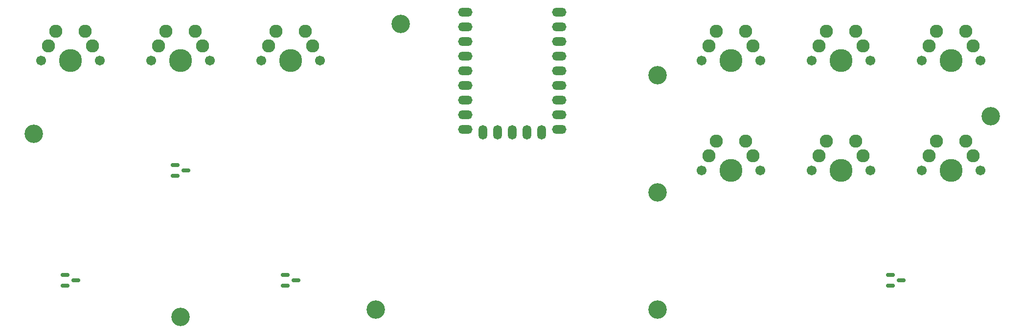
<source format=gbr>
%TF.GenerationSoftware,KiCad,Pcbnew,7.0.9*%
%TF.CreationDate,2024-01-30T16:44:38+01:00*%
%TF.ProjectId,tm-gamepad,746d2d67-616d-4657-9061-642e6b696361,rev?*%
%TF.SameCoordinates,Original*%
%TF.FileFunction,Soldermask,Top*%
%TF.FilePolarity,Negative*%
%FSLAX46Y46*%
G04 Gerber Fmt 4.6, Leading zero omitted, Abs format (unit mm)*
G04 Created by KiCad (PCBNEW 7.0.9) date 2024-01-30 16:44:38*
%MOMM*%
%LPD*%
G01*
G04 APERTURE LIST*
G04 Aperture macros list*
%AMRoundRect*
0 Rectangle with rounded corners*
0 $1 Rounding radius*
0 $2 $3 $4 $5 $6 $7 $8 $9 X,Y pos of 4 corners*
0 Add a 4 corners polygon primitive as box body*
4,1,4,$2,$3,$4,$5,$6,$7,$8,$9,$2,$3,0*
0 Add four circle primitives for the rounded corners*
1,1,$1+$1,$2,$3*
1,1,$1+$1,$4,$5*
1,1,$1+$1,$6,$7*
1,1,$1+$1,$8,$9*
0 Add four rect primitives between the rounded corners*
20,1,$1+$1,$2,$3,$4,$5,0*
20,1,$1+$1,$4,$5,$6,$7,0*
20,1,$1+$1,$6,$7,$8,$9,0*
20,1,$1+$1,$8,$9,$2,$3,0*%
G04 Aperture macros list end*
%ADD10O,2.500000X1.500000*%
%ADD11O,1.500000X2.500000*%
%ADD12RoundRect,0.150000X-0.587500X-0.150000X0.587500X-0.150000X0.587500X0.150000X-0.587500X0.150000X0*%
%ADD13C,3.200000*%
%ADD14C,2.286000*%
%ADD15C,3.987800*%
%ADD16C,1.701800*%
G04 APERTURE END LIST*
D10*
%TO.C,U5*%
X124334000Y-37063000D03*
X124334000Y-39603000D03*
X124334000Y-42143000D03*
X124334000Y-44683000D03*
X124334000Y-47223000D03*
X124334000Y-49763000D03*
X124334000Y-52303000D03*
X124334000Y-54843000D03*
X124334000Y-57383000D03*
D11*
X127374000Y-57883000D03*
X129914000Y-57883000D03*
X132454000Y-57883000D03*
X134994000Y-57883000D03*
X137534000Y-57883000D03*
D10*
X140574000Y-57383000D03*
X140574000Y-54843000D03*
X140574000Y-52303000D03*
X140574000Y-49763000D03*
X140574000Y-47223000D03*
X140574000Y-44683000D03*
X140574000Y-42143000D03*
X140574000Y-39603000D03*
X140574000Y-37063000D03*
%TD*%
D12*
%TO.C,Back_A3*%
X199812500Y-83545000D03*
X197937500Y-84495000D03*
X197937500Y-82595000D03*
%TD*%
D13*
%TO.C,REF\u002A\u002A*%
X108832000Y-88625000D03*
%TD*%
%TO.C,REF\u002A\u002A*%
X157600000Y-88625000D03*
%TD*%
%TO.C,REF\u002A\u002A*%
X157600000Y-68305000D03*
%TD*%
%TO.C,REF\u002A\u002A*%
X157600000Y-47985000D03*
%TD*%
%TO.C,REF\u002A\u002A*%
X113150000Y-39095000D03*
%TD*%
%TO.C,REF\u002A\u002A*%
X75050000Y-89895000D03*
%TD*%
%TO.C,REF\u002A\u002A*%
X49650000Y-58145000D03*
%TD*%
%TO.C,REF\u002A\u002A*%
X215258000Y-55097000D03*
%TD*%
D14*
%TO.C,SW4*%
X193160000Y-61955000D03*
X186810000Y-59415000D03*
X191890000Y-59415000D03*
D15*
X189350000Y-64495000D03*
D14*
X185540000Y-61955000D03*
D16*
X194430000Y-64495000D03*
X184270000Y-64495000D03*
%TD*%
%TO.C,SW8*%
X89020000Y-45445000D03*
X99180000Y-45445000D03*
D14*
X90290000Y-42905000D03*
D15*
X94100000Y-45445000D03*
D14*
X96640000Y-40365000D03*
X91560000Y-40365000D03*
X97910000Y-42905000D03*
%TD*%
D16*
%TO.C,SW7*%
X69970000Y-45445000D03*
X80130000Y-45445000D03*
D14*
X71240000Y-42905000D03*
D15*
X75050000Y-45445000D03*
D14*
X77590000Y-40365000D03*
X72510000Y-40365000D03*
X78860000Y-42905000D03*
%TD*%
D16*
%TO.C,SW6*%
X50920000Y-45445000D03*
X61080000Y-45445000D03*
D14*
X52190000Y-42905000D03*
D15*
X56000000Y-45445000D03*
D14*
X58540000Y-40365000D03*
X53460000Y-40365000D03*
X59810000Y-42905000D03*
%TD*%
%TO.C,SW5*%
X174110000Y-61955000D03*
X167760000Y-59415000D03*
X172840000Y-59415000D03*
D15*
X170300000Y-64495000D03*
D14*
X166490000Y-61955000D03*
D16*
X175380000Y-64495000D03*
X165220000Y-64495000D03*
%TD*%
D14*
%TO.C,SW3*%
X212210000Y-61955000D03*
X205860000Y-59415000D03*
X210940000Y-59415000D03*
D15*
X208400000Y-64495000D03*
D14*
X204590000Y-61955000D03*
D16*
X213480000Y-64495000D03*
X203320000Y-64495000D03*
%TD*%
D14*
%TO.C,SW2*%
X174110000Y-42905000D03*
X167760000Y-40365000D03*
X172840000Y-40365000D03*
D15*
X170300000Y-45445000D03*
D14*
X166490000Y-42905000D03*
D16*
X175380000Y-45445000D03*
X165220000Y-45445000D03*
%TD*%
%TO.C,SW1*%
X184270000Y-45445000D03*
X194430000Y-45445000D03*
D14*
X185540000Y-42905000D03*
D15*
X189350000Y-45445000D03*
D14*
X191890000Y-40365000D03*
X186810000Y-40365000D03*
X193160000Y-42905000D03*
%TD*%
%TO.C,SW0*%
X212210000Y-42905000D03*
X205860000Y-40365000D03*
X210940000Y-40365000D03*
D15*
X208400000Y-45445000D03*
D14*
X204590000Y-42905000D03*
D16*
X213480000Y-45445000D03*
X203320000Y-45445000D03*
%TD*%
D12*
%TO.C,Back_A0*%
X75987500Y-64495000D03*
X74112500Y-65445000D03*
X74112500Y-63545000D03*
%TD*%
%TO.C,Back_A1*%
X56937500Y-83545000D03*
X55062500Y-84495000D03*
X55062500Y-82595000D03*
%TD*%
%TO.C,Back_A2*%
X93162500Y-82595000D03*
X93162500Y-84495000D03*
X95037500Y-83545000D03*
%TD*%
M02*

</source>
